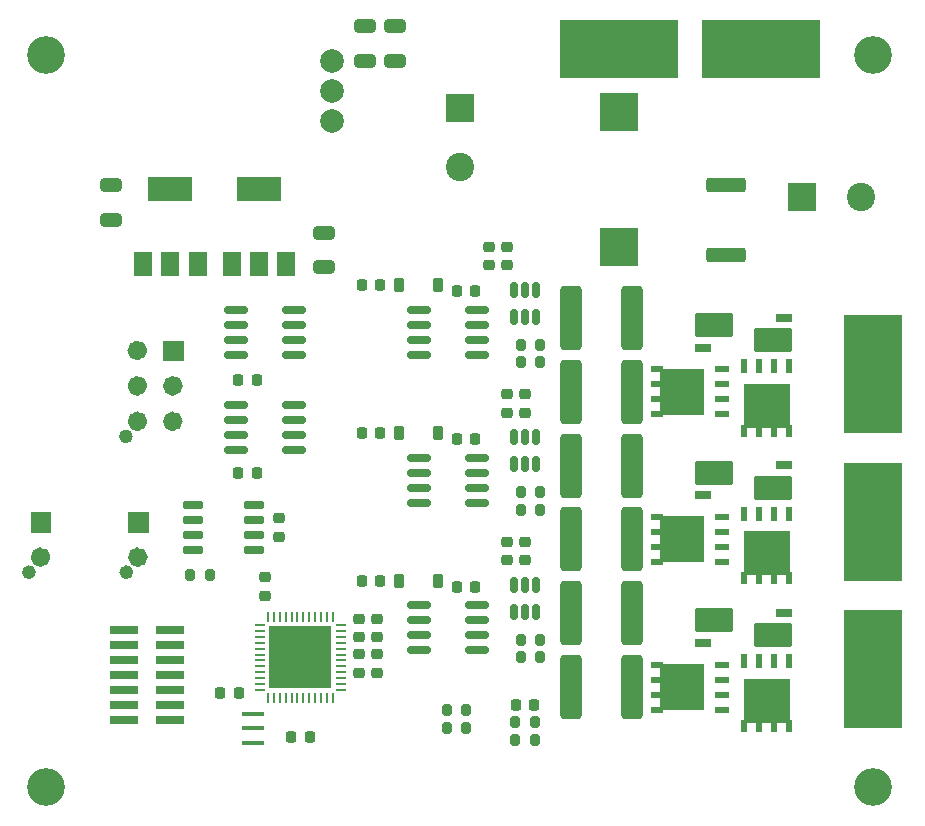
<source format=gbr>
%TF.GenerationSoftware,KiCad,Pcbnew,7.0.5-1.fc38*%
%TF.CreationDate,2023-06-18T19:22:27-04:00*%
%TF.ProjectId,radome_dish_controller,7261646f-6d65-45f6-9469-73685f636f6e,rev?*%
%TF.SameCoordinates,Original*%
%TF.FileFunction,Soldermask,Top*%
%TF.FilePolarity,Negative*%
%FSLAX46Y46*%
G04 Gerber Fmt 4.6, Leading zero omitted, Abs format (unit mm)*
G04 Created by KiCad (PCBNEW 7.0.5-1.fc38) date 2023-06-18 19:22:27*
%MOMM*%
%LPD*%
G01*
G04 APERTURE LIST*
G04 Aperture macros list*
%AMRoundRect*
0 Rectangle with rounded corners*
0 $1 Rounding radius*
0 $2 $3 $4 $5 $6 $7 $8 $9 X,Y pos of 4 corners*
0 Add a 4 corners polygon primitive as box body*
4,1,4,$2,$3,$4,$5,$6,$7,$8,$9,$2,$3,0*
0 Add four circle primitives for the rounded corners*
1,1,$1+$1,$2,$3*
1,1,$1+$1,$4,$5*
1,1,$1+$1,$6,$7*
1,1,$1+$1,$8,$9*
0 Add four rect primitives between the rounded corners*
20,1,$1+$1,$2,$3,$4,$5,0*
20,1,$1+$1,$4,$5,$6,$7,0*
20,1,$1+$1,$6,$7,$8,$9,0*
20,1,$1+$1,$8,$9,$2,$3,0*%
G04 Aperture macros list end*
%ADD10C,0.586200*%
%ADD11C,0.836200*%
%ADD12C,0.010000*%
%ADD13RoundRect,0.200000X0.200000X0.275000X-0.200000X0.275000X-0.200000X-0.275000X0.200000X-0.275000X0*%
%ADD14RoundRect,0.225000X0.250000X-0.225000X0.250000X0.225000X-0.250000X0.225000X-0.250000X-0.225000X0*%
%ADD15RoundRect,0.062500X0.062500X-0.337500X0.062500X0.337500X-0.062500X0.337500X-0.062500X-0.337500X0*%
%ADD16RoundRect,0.062500X0.337500X-0.062500X0.337500X0.062500X-0.337500X0.062500X-0.337500X-0.062500X0*%
%ADD17R,5.300000X5.300000*%
%ADD18R,0.610000X1.270000*%
%ADD19R,3.910000X3.810000*%
%ADD20R,0.610000X1.020000*%
%ADD21RoundRect,0.150000X-0.825000X-0.150000X0.825000X-0.150000X0.825000X0.150000X-0.825000X0.150000X0*%
%ADD22RoundRect,0.200000X-0.200000X-0.275000X0.200000X-0.275000X0.200000X0.275000X-0.200000X0.275000X0*%
%ADD23RoundRect,0.225000X0.225000X0.375000X-0.225000X0.375000X-0.225000X-0.375000X0.225000X-0.375000X0*%
%ADD24C,3.200000*%
%ADD25R,5.000000X10.000000*%
%ADD26R,3.300000X3.175000*%
%ADD27RoundRect,0.243600X1.406400X0.771400X-1.406400X0.771400X-1.406400X-0.771400X1.406400X-0.771400X0*%
%ADD28RoundRect,0.190000X0.510000X0.190000X-0.510000X0.190000X-0.510000X-0.190000X0.510000X-0.190000X0*%
%ADD29RoundRect,0.250000X0.650000X2.450000X-0.650000X2.450000X-0.650000X-2.450000X0.650000X-2.450000X0*%
%ADD30RoundRect,0.150000X0.725000X0.150000X-0.725000X0.150000X-0.725000X-0.150000X0.725000X-0.150000X0*%
%ADD31C,1.020000*%
%ADD32R,1.500000X2.000000*%
%ADD33R,3.800000X2.000000*%
%ADD34RoundRect,0.225000X-0.250000X0.225000X-0.250000X-0.225000X0.250000X-0.225000X0.250000X0.225000X0*%
%ADD35RoundRect,0.225000X0.225000X0.250000X-0.225000X0.250000X-0.225000X-0.250000X0.225000X-0.250000X0*%
%ADD36RoundRect,0.225000X-0.225000X-0.250000X0.225000X-0.250000X0.225000X0.250000X-0.225000X0.250000X0*%
%ADD37R,1.270000X0.610000*%
%ADD38R,3.810000X3.910000*%
%ADD39R,1.020000X0.610000*%
%ADD40RoundRect,0.218750X0.256250X-0.218750X0.256250X0.218750X-0.256250X0.218750X-0.256250X-0.218750X0*%
%ADD41RoundRect,0.250000X-0.650000X0.325000X-0.650000X-0.325000X0.650000X-0.325000X0.650000X0.325000X0*%
%ADD42RoundRect,0.150000X0.150000X-0.512500X0.150000X0.512500X-0.150000X0.512500X-0.150000X-0.512500X0*%
%ADD43R,10.000000X5.000000*%
%ADD44C,2.000000*%
%ADD45RoundRect,0.250000X1.425000X-0.362500X1.425000X0.362500X-1.425000X0.362500X-1.425000X-0.362500X0*%
%ADD46R,2.400000X2.400000*%
%ADD47C,2.400000*%
%ADD48R,1.900000X0.400000*%
%ADD49RoundRect,0.150000X0.825000X0.150000X-0.825000X0.150000X-0.825000X-0.150000X0.825000X-0.150000X0*%
%ADD50R,2.400000X0.740000*%
G04 APERTURE END LIST*
D10*
%TO.C,J106*%
X108013100Y-57280000D02*
G75*
G03*
X108013100Y-57280000I-293100J0D01*
G01*
D11*
X109118100Y-56000000D02*
G75*
G03*
X109118100Y-56000000I-418100J0D01*
G01*
X112118100Y-56000000D02*
G75*
G03*
X112118100Y-56000000I-418100J0D01*
G01*
X109118100Y-53000000D02*
G75*
G03*
X109118100Y-53000000I-418100J0D01*
G01*
X112118100Y-53000000D02*
G75*
G03*
X112118100Y-53000000I-418100J0D01*
G01*
X109118100Y-50000000D02*
G75*
G03*
X109118100Y-50000000I-418100J0D01*
G01*
D12*
X112536200Y-50836200D02*
X110863800Y-50836200D01*
X110863800Y-49163800D01*
X112536200Y-49163800D01*
X112536200Y-50836200D01*
G36*
X112536200Y-50836200D02*
G01*
X110863800Y-50836200D01*
X110863800Y-49163800D01*
X112536200Y-49163800D01*
X112536200Y-50836200D01*
G37*
D10*
%TO.C,J107*%
X108048100Y-68780000D02*
G75*
G03*
X108048100Y-68780000I-293100J0D01*
G01*
D11*
X109153100Y-67500000D02*
G75*
G03*
X109153100Y-67500000I-418100J0D01*
G01*
D12*
X109571200Y-65336200D02*
X107898800Y-65336200D01*
X107898800Y-63663800D01*
X109571200Y-63663800D01*
X109571200Y-65336200D01*
G36*
X109571200Y-65336200D02*
G01*
X107898800Y-65336200D01*
X107898800Y-63663800D01*
X109571200Y-63663800D01*
X109571200Y-65336200D01*
G37*
D10*
%TO.C,J108*%
X99813100Y-68780000D02*
G75*
G03*
X99813100Y-68780000I-293100J0D01*
G01*
D11*
X100918100Y-67500000D02*
G75*
G03*
X100918100Y-67500000I-418100J0D01*
G01*
D12*
X101336200Y-65336200D02*
X99663800Y-65336200D01*
X99663800Y-63663800D01*
X101336200Y-63663800D01*
X101336200Y-65336200D01*
G36*
X101336200Y-65336200D02*
G01*
X99663800Y-65336200D01*
X99663800Y-63663800D01*
X101336200Y-63663800D01*
X101336200Y-65336200D01*
G37*
%TD*%
D13*
%TO.C,R312*%
X142325000Y-83000000D03*
X140675000Y-83000000D03*
%TD*%
D14*
%TO.C,C308*%
X140000000Y-55275000D03*
X140000000Y-53725000D03*
%TD*%
D15*
%TO.C,U201*%
X119750000Y-79450000D03*
X120250000Y-79450000D03*
X120750000Y-79450000D03*
X121250000Y-79450000D03*
X121750000Y-79450000D03*
X122250000Y-79450000D03*
X122750000Y-79450000D03*
X123250000Y-79450000D03*
X123750000Y-79450000D03*
X124250000Y-79450000D03*
X124750000Y-79450000D03*
X125250000Y-79450000D03*
D16*
X125950000Y-78750000D03*
X125950000Y-78250000D03*
X125950000Y-77750000D03*
X125950000Y-77250000D03*
X125950000Y-76750000D03*
X125950000Y-76250000D03*
X125950000Y-75750000D03*
X125950000Y-75250000D03*
X125950000Y-74750000D03*
X125950000Y-74250000D03*
X125950000Y-73750000D03*
X125950000Y-73250000D03*
D15*
X125250000Y-72550000D03*
X124750000Y-72550000D03*
X124250000Y-72550000D03*
X123750000Y-72550000D03*
X123250000Y-72550000D03*
X122750000Y-72550000D03*
X122250000Y-72550000D03*
X121750000Y-72550000D03*
X121250000Y-72550000D03*
X120750000Y-72550000D03*
X120250000Y-72550000D03*
X119750000Y-72550000D03*
D16*
X119050000Y-73250000D03*
X119050000Y-73750000D03*
X119050000Y-74250000D03*
X119050000Y-74750000D03*
X119050000Y-75250000D03*
X119050000Y-75750000D03*
X119050000Y-76250000D03*
X119050000Y-76750000D03*
X119050000Y-77250000D03*
X119050000Y-77750000D03*
X119050000Y-78250000D03*
X119050000Y-78750000D03*
D17*
X122500000Y-76000000D03*
%TD*%
D18*
%TO.C,Q302*%
X163905000Y-51330000D03*
X162635000Y-51330000D03*
X161365000Y-51330000D03*
X160095000Y-51330000D03*
D19*
X162000000Y-54690000D03*
D20*
X163905000Y-56795000D03*
X162635000Y-56795000D03*
X161365000Y-56795000D03*
X160095000Y-56795000D03*
%TD*%
D21*
%TO.C,U302*%
X132525000Y-59095000D03*
X132525000Y-60365000D03*
X132525000Y-61635000D03*
X132525000Y-62905000D03*
X137475000Y-62905000D03*
X137475000Y-61635000D03*
X137475000Y-60365000D03*
X137475000Y-59095000D03*
%TD*%
D22*
%TO.C,R306*%
X141175000Y-76000000D03*
X142825000Y-76000000D03*
%TD*%
D23*
%TO.C,D302*%
X134150000Y-57000000D03*
X130850000Y-57000000D03*
%TD*%
D24*
%TO.C,REF\u002A\u002A*%
X171000000Y-25000000D03*
%TD*%
D25*
%TO.C,J101*%
X171000000Y-52000000D03*
%TD*%
D22*
%TO.C,R304*%
X141175000Y-63500000D03*
X142825000Y-63500000D03*
%TD*%
D26*
%TO.C,L101*%
X149500000Y-29785000D03*
X149500000Y-41215000D03*
%TD*%
D27*
%TO.C,R309*%
X162480000Y-74135000D03*
D28*
X163430000Y-72230000D03*
X156570000Y-74770000D03*
D27*
X157520000Y-72865000D03*
%TD*%
D29*
%TO.C,C103*%
X150550000Y-53500000D03*
X145450000Y-53500000D03*
%TD*%
D30*
%TO.C,U202*%
X118575000Y-66905000D03*
X118575000Y-65635000D03*
X118575000Y-64365000D03*
X118575000Y-63095000D03*
X113425000Y-63095000D03*
X113425000Y-64365000D03*
X113425000Y-65635000D03*
X113425000Y-66905000D03*
%TD*%
D31*
%TO.C,J106*%
X107720000Y-57280000D03*
%TD*%
D32*
%TO.C,U105*%
X109200000Y-42650000D03*
X111500000Y-42650000D03*
D33*
X111500000Y-36350000D03*
D32*
X113800000Y-42650000D03*
%TD*%
D24*
%TO.C,REF\u002A\u002A*%
X171000000Y-87000000D03*
%TD*%
D34*
%TO.C,C203*%
X129000000Y-75725000D03*
X129000000Y-77275000D03*
%TD*%
D25*
%TO.C,J103*%
X171000000Y-77000000D03*
%TD*%
D22*
%TO.C,R305*%
X141175000Y-74500000D03*
X142825000Y-74500000D03*
%TD*%
D23*
%TO.C,D303*%
X134150000Y-69500000D03*
X130850000Y-69500000D03*
%TD*%
D34*
%TO.C,C204*%
X129000000Y-72725000D03*
X129000000Y-74275000D03*
%TD*%
D35*
%TO.C,C310*%
X129275000Y-57000000D03*
X127725000Y-57000000D03*
%TD*%
D36*
%TO.C,C304*%
X140725000Y-80000000D03*
X142275000Y-80000000D03*
%TD*%
D13*
%TO.C,R311*%
X136562258Y-81977500D03*
X134912258Y-81977500D03*
%TD*%
D14*
%TO.C,C313*%
X141500000Y-67775000D03*
X141500000Y-66225000D03*
%TD*%
D37*
%TO.C,Q305*%
X158170000Y-80405000D03*
X158170000Y-79135000D03*
X158170000Y-77865000D03*
X158170000Y-76595000D03*
D38*
X154810000Y-78500000D03*
D39*
X152705000Y-80405000D03*
X152705000Y-79135000D03*
X152705000Y-77865000D03*
X152705000Y-76595000D03*
%TD*%
D29*
%TO.C,C106*%
X150550000Y-66000000D03*
X145450000Y-66000000D03*
%TD*%
D31*
%TO.C,J107*%
X107755000Y-68780000D03*
%TD*%
D40*
%TO.C,FB201*%
X127500000Y-74287500D03*
X127500000Y-72712500D03*
%TD*%
D35*
%TO.C,C202*%
X117275000Y-79000000D03*
X115725000Y-79000000D03*
%TD*%
D41*
%TO.C,C107*%
X130500000Y-22525000D03*
X130500000Y-25475000D03*
%TD*%
D23*
%TO.C,D301*%
X134150000Y-44500000D03*
X130850000Y-44500000D03*
%TD*%
D37*
%TO.C,Q301*%
X158170000Y-55405000D03*
X158170000Y-54135000D03*
X158170000Y-52865000D03*
X158170000Y-51595000D03*
D38*
X154810000Y-53500000D03*
D39*
X152705000Y-55405000D03*
X152705000Y-54135000D03*
X152705000Y-52865000D03*
X152705000Y-51595000D03*
%TD*%
D42*
%TO.C,U305*%
X140550000Y-59637500D03*
X141500000Y-59637500D03*
X142450000Y-59637500D03*
X142450000Y-57362500D03*
X141500000Y-57362500D03*
X140550000Y-57362500D03*
%TD*%
D29*
%TO.C,C109*%
X150550000Y-78500000D03*
X145450000Y-78500000D03*
%TD*%
D14*
%TO.C,C309*%
X141500000Y-55275000D03*
X141500000Y-53725000D03*
%TD*%
D41*
%TO.C,C110*%
X128000000Y-22525000D03*
X128000000Y-25475000D03*
%TD*%
D43*
%TO.C,J105*%
X161500000Y-24500000D03*
%TD*%
D21*
%TO.C,U303*%
X132525000Y-71595000D03*
X132525000Y-72865000D03*
X132525000Y-74135000D03*
X132525000Y-75405000D03*
X137475000Y-75405000D03*
X137475000Y-74135000D03*
X137475000Y-72865000D03*
X137475000Y-71595000D03*
%TD*%
D22*
%TO.C,R310*%
X134912258Y-80477500D03*
X136562258Y-80477500D03*
%TD*%
D44*
%TO.C,U106*%
X125172500Y-30540000D03*
X125172500Y-28000000D03*
X125172500Y-25460000D03*
%TD*%
D22*
%TO.C,R313*%
X140675000Y-81500000D03*
X142325000Y-81500000D03*
%TD*%
D37*
%TO.C,Q303*%
X158170000Y-67905000D03*
X158170000Y-66635000D03*
X158170000Y-65365000D03*
X158170000Y-64095000D03*
D38*
X154810000Y-66000000D03*
D39*
X152705000Y-67905000D03*
X152705000Y-66635000D03*
X152705000Y-65365000D03*
X152705000Y-64095000D03*
%TD*%
D22*
%TO.C,R303*%
X141175000Y-62000000D03*
X142825000Y-62000000D03*
%TD*%
D35*
%TO.C,C307*%
X129275000Y-44500000D03*
X127725000Y-44500000D03*
%TD*%
%TO.C,C303*%
X137275000Y-70000000D03*
X135725000Y-70000000D03*
%TD*%
D27*
%TO.C,R307*%
X162480000Y-49135000D03*
D28*
X163430000Y-47230000D03*
X156570000Y-49770000D03*
D27*
X157520000Y-47865000D03*
%TD*%
D36*
%TO.C,C113*%
X117250000Y-60405000D03*
X118800000Y-60405000D03*
%TD*%
D18*
%TO.C,Q306*%
X163905000Y-76330000D03*
X162635000Y-76330000D03*
X161365000Y-76330000D03*
X160095000Y-76330000D03*
D19*
X162000000Y-79690000D03*
D20*
X163905000Y-81795000D03*
X162635000Y-81795000D03*
X161365000Y-81795000D03*
X160095000Y-81795000D03*
%TD*%
D45*
%TO.C,R101*%
X158500000Y-41962500D03*
X158500000Y-36037500D03*
%TD*%
D21*
%TO.C,U301*%
X132525000Y-46595000D03*
X132525000Y-47865000D03*
X132525000Y-49135000D03*
X132525000Y-50405000D03*
X137475000Y-50405000D03*
X137475000Y-49135000D03*
X137475000Y-47865000D03*
X137475000Y-46595000D03*
%TD*%
D46*
%TO.C,C101*%
X165000000Y-37000000D03*
D47*
X170000000Y-37000000D03*
%TD*%
D43*
%TO.C,J104*%
X149500000Y-24500000D03*
%TD*%
D34*
%TO.C,C206*%
X120700000Y-64225000D03*
X120700000Y-65775000D03*
%TD*%
D14*
%TO.C,C305*%
X138500000Y-42775000D03*
X138500000Y-41225000D03*
%TD*%
D25*
%TO.C,J102*%
X171000000Y-64500000D03*
%TD*%
D22*
%TO.C,R204*%
X113175000Y-69000000D03*
X114825000Y-69000000D03*
%TD*%
D41*
%TO.C,C112*%
X106500000Y-36025000D03*
X106500000Y-38975000D03*
%TD*%
D35*
%TO.C,C311*%
X129275000Y-69500000D03*
X127725000Y-69500000D03*
%TD*%
D48*
%TO.C,Y201*%
X118500000Y-83200000D03*
X118500000Y-82000000D03*
X118500000Y-80800000D03*
%TD*%
D24*
%TO.C,REF\u002A\u002A*%
X101000000Y-25000000D03*
%TD*%
D41*
%TO.C,C111*%
X124500000Y-40025000D03*
X124500000Y-42975000D03*
%TD*%
D49*
%TO.C,U103*%
X121975000Y-50405000D03*
X121975000Y-49135000D03*
X121975000Y-47865000D03*
X121975000Y-46595000D03*
X117025000Y-46595000D03*
X117025000Y-47865000D03*
X117025000Y-49135000D03*
X117025000Y-50405000D03*
%TD*%
D18*
%TO.C,Q304*%
X163905000Y-63830000D03*
X162635000Y-63830000D03*
X161365000Y-63830000D03*
X160095000Y-63830000D03*
D19*
X162000000Y-67190000D03*
D20*
X163905000Y-69295000D03*
X162635000Y-69295000D03*
X161365000Y-69295000D03*
X160095000Y-69295000D03*
%TD*%
D36*
%TO.C,C114*%
X117250000Y-52500000D03*
X118800000Y-52500000D03*
%TD*%
D14*
%TO.C,C312*%
X140000000Y-67775000D03*
X140000000Y-66225000D03*
%TD*%
D29*
%TO.C,C108*%
X150550000Y-72250000D03*
X145450000Y-72250000D03*
%TD*%
D49*
%TO.C,U102*%
X121975000Y-58405000D03*
X121975000Y-57135000D03*
X121975000Y-55865000D03*
X121975000Y-54595000D03*
X117025000Y-54595000D03*
X117025000Y-55865000D03*
X117025000Y-57135000D03*
X117025000Y-58405000D03*
%TD*%
D36*
%TO.C,C205*%
X121725000Y-82725000D03*
X123275000Y-82725000D03*
%TD*%
D32*
%TO.C,U104*%
X116700000Y-42650000D03*
X119000000Y-42650000D03*
D33*
X119000000Y-36350000D03*
D32*
X121300000Y-42650000D03*
%TD*%
D31*
%TO.C,J108*%
X99520000Y-68780000D03*
%TD*%
D34*
%TO.C,ANACAP201*%
X127500000Y-75725000D03*
X127500000Y-77275000D03*
%TD*%
D22*
%TO.C,R302*%
X141175000Y-51000000D03*
X142825000Y-51000000D03*
%TD*%
D35*
%TO.C,C302*%
X137275000Y-57500000D03*
X135725000Y-57500000D03*
%TD*%
D50*
%TO.C,J201*%
X107550000Y-73690000D03*
X111450000Y-73690000D03*
X107550000Y-74960000D03*
X111450000Y-74960000D03*
X107550000Y-76230000D03*
X111450000Y-76230000D03*
X107550000Y-77500000D03*
X111450000Y-77500000D03*
X107550000Y-78770000D03*
X111450000Y-78770000D03*
X107550000Y-80040000D03*
X111450000Y-80040000D03*
X107550000Y-81310000D03*
X111450000Y-81310000D03*
%TD*%
D46*
%TO.C,C104*%
X136000000Y-29500000D03*
D47*
X136000000Y-34500000D03*
%TD*%
D42*
%TO.C,U304*%
X140550000Y-47137500D03*
X141500000Y-47137500D03*
X142450000Y-47137500D03*
X142450000Y-44862500D03*
X141500000Y-44862500D03*
X140550000Y-44862500D03*
%TD*%
D35*
%TO.C,C301*%
X137275000Y-45000000D03*
X135725000Y-45000000D03*
%TD*%
D42*
%TO.C,U306*%
X140550000Y-72137500D03*
X141500000Y-72137500D03*
X142450000Y-72137500D03*
X142450000Y-69862500D03*
X141500000Y-69862500D03*
X140550000Y-69862500D03*
%TD*%
D22*
%TO.C,R301*%
X141175000Y-49500000D03*
X142825000Y-49500000D03*
%TD*%
D24*
%TO.C,REF\u002A\u002A*%
X101000000Y-87000000D03*
%TD*%
D29*
%TO.C,C105*%
X150550000Y-59750000D03*
X145450000Y-59750000D03*
%TD*%
D14*
%TO.C,C306*%
X140000000Y-42785000D03*
X140000000Y-41235000D03*
%TD*%
D29*
%TO.C,C102*%
X150550000Y-47250000D03*
X145450000Y-47250000D03*
%TD*%
D14*
%TO.C,C201*%
X119500000Y-70775000D03*
X119500000Y-69225000D03*
%TD*%
D27*
%TO.C,R308*%
X162480000Y-61635000D03*
D28*
X163430000Y-59730000D03*
X156570000Y-62270000D03*
D27*
X157520000Y-60365000D03*
%TD*%
M02*

</source>
